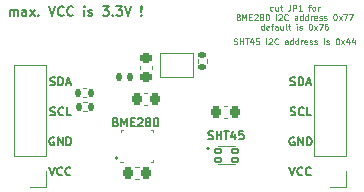
<source format=gbr>
%TF.GenerationSoftware,KiCad,Pcbnew,6.0.11-2627ca5db0~126~ubuntu22.04.1*%
%TF.CreationDate,2023-09-09T09:48:06+02:00*%
%TF.ProjectId,I2C_Module_SHT45_BME280_FUEL4EP,4932435f-4d6f-4647-956c-655f53485434,V1.0*%
%TF.SameCoordinates,Original*%
%TF.FileFunction,Legend,Top*%
%TF.FilePolarity,Positive*%
%FSLAX46Y46*%
G04 Gerber Fmt 4.6, Leading zero omitted, Abs format (unit mm)*
G04 Created by KiCad (PCBNEW 6.0.11-2627ca5db0~126~ubuntu22.04.1) date 2023-09-09 09:48:06*
%MOMM*%
%LPD*%
G01*
G04 APERTURE LIST*
G04 Aperture macros list*
%AMRoundRect*
0 Rectangle with rounded corners*
0 $1 Rounding radius*
0 $2 $3 $4 $5 $6 $7 $8 $9 X,Y pos of 4 corners*
0 Add a 4 corners polygon primitive as box body*
4,1,4,$2,$3,$4,$5,$6,$7,$8,$9,$2,$3,0*
0 Add four circle primitives for the rounded corners*
1,1,$1+$1,$2,$3*
1,1,$1+$1,$4,$5*
1,1,$1+$1,$6,$7*
1,1,$1+$1,$8,$9*
0 Add four rect primitives between the rounded corners*
20,1,$1+$1,$2,$3,$4,$5,0*
20,1,$1+$1,$4,$5,$6,$7,0*
20,1,$1+$1,$6,$7,$8,$9,0*
20,1,$1+$1,$8,$9,$2,$3,0*%
G04 Aperture macros list end*
%ADD10C,0.176200*%
%ADD11C,0.150000*%
%ADD12C,0.100000*%
%ADD13C,0.152400*%
%ADD14C,0.120000*%
%ADD15RoundRect,0.225000X0.250000X-0.225000X0.250000X0.225000X-0.250000X0.225000X-0.250000X-0.225000X0*%
%ADD16R,1.700000X1.700000*%
%ADD17O,1.700000X1.700000*%
%ADD18RoundRect,0.147500X-0.147500X-0.172500X0.147500X-0.172500X0.147500X0.172500X-0.147500X0.172500X0*%
%ADD19R,0.500000X0.350000*%
%ADD20R,1.000000X1.500000*%
%ADD21RoundRect,0.225000X0.225000X0.250000X-0.225000X0.250000X-0.225000X-0.250000X0.225000X-0.250000X0*%
%ADD22RoundRect,0.135000X0.135000X0.185000X-0.135000X0.185000X-0.135000X-0.185000X0.135000X-0.185000X0*%
%ADD23RoundRect,0.135000X-0.185000X0.135000X-0.185000X-0.135000X0.185000X-0.135000X0.185000X0.135000X0*%
%ADD24RoundRect,0.102000X-0.250000X-0.150000X0.250000X-0.150000X0.250000X0.150000X-0.250000X0.150000X0*%
%ADD25RoundRect,0.225000X-0.225000X-0.250000X0.225000X-0.250000X0.225000X0.250000X-0.225000X0.250000X0*%
G04 APERTURE END LIST*
D10*
X17688100Y3900000D02*
G75*
G03*
X17688100Y3900000I-88100J0D01*
G01*
X9888100Y3100000D02*
G75*
G03*
X9888100Y3100000I-88100J0D01*
G01*
D11*
X4219666Y6736666D02*
X4319666Y6703333D01*
X4486333Y6703333D01*
X4553000Y6736666D01*
X4586333Y6770000D01*
X4619666Y6836666D01*
X4619666Y6903333D01*
X4586333Y6970000D01*
X4553000Y7003333D01*
X4486333Y7036666D01*
X4353000Y7070000D01*
X4286333Y7103333D01*
X4253000Y7136666D01*
X4219666Y7203333D01*
X4219666Y7270000D01*
X4253000Y7336666D01*
X4286333Y7370000D01*
X4353000Y7403333D01*
X4519666Y7403333D01*
X4619666Y7370000D01*
X5319666Y6770000D02*
X5286333Y6736666D01*
X5186333Y6703333D01*
X5119666Y6703333D01*
X5019666Y6736666D01*
X4953000Y6803333D01*
X4919666Y6870000D01*
X4886333Y7003333D01*
X4886333Y7103333D01*
X4919666Y7236666D01*
X4953000Y7303333D01*
X5019666Y7370000D01*
X5119666Y7403333D01*
X5186333Y7403333D01*
X5286333Y7370000D01*
X5319666Y7336666D01*
X5953000Y6703333D02*
X5619666Y6703333D01*
X5619666Y7403333D01*
X24550000Y9276666D02*
X24650000Y9243333D01*
X24816666Y9243333D01*
X24883333Y9276666D01*
X24916666Y9310000D01*
X24950000Y9376666D01*
X24950000Y9443333D01*
X24916666Y9510000D01*
X24883333Y9543333D01*
X24816666Y9576666D01*
X24683333Y9610000D01*
X24616666Y9643333D01*
X24583333Y9676666D01*
X24550000Y9743333D01*
X24550000Y9810000D01*
X24583333Y9876666D01*
X24616666Y9910000D01*
X24683333Y9943333D01*
X24850000Y9943333D01*
X24950000Y9910000D01*
X25250000Y9243333D02*
X25250000Y9943333D01*
X25416666Y9943333D01*
X25516666Y9910000D01*
X25583333Y9843333D01*
X25616666Y9776666D01*
X25650000Y9643333D01*
X25650000Y9543333D01*
X25616666Y9410000D01*
X25583333Y9343333D01*
X25516666Y9276666D01*
X25416666Y9243333D01*
X25250000Y9243333D01*
X25916666Y9443333D02*
X26250000Y9443333D01*
X25850000Y9243333D02*
X26083333Y9943333D01*
X26316666Y9243333D01*
D12*
X19761047Y12751619D02*
X19832476Y12727809D01*
X19951523Y12727809D01*
X19999142Y12751619D01*
X20022952Y12775428D01*
X20046761Y12823047D01*
X20046761Y12870666D01*
X20022952Y12918285D01*
X19999142Y12942095D01*
X19951523Y12965904D01*
X19856285Y12989714D01*
X19808666Y13013523D01*
X19784857Y13037333D01*
X19761047Y13084952D01*
X19761047Y13132571D01*
X19784857Y13180190D01*
X19808666Y13204000D01*
X19856285Y13227809D01*
X19975333Y13227809D01*
X20046761Y13204000D01*
X20261047Y12727809D02*
X20261047Y13227809D01*
X20261047Y12989714D02*
X20546761Y12989714D01*
X20546761Y12727809D02*
X20546761Y13227809D01*
X20713428Y13227809D02*
X20999142Y13227809D01*
X20856285Y12727809D02*
X20856285Y13227809D01*
X21380095Y13061142D02*
X21380095Y12727809D01*
X21261047Y13251619D02*
X21142000Y12894476D01*
X21451523Y12894476D01*
X21880095Y13227809D02*
X21642000Y13227809D01*
X21618190Y12989714D01*
X21642000Y13013523D01*
X21689619Y13037333D01*
X21808666Y13037333D01*
X21856285Y13013523D01*
X21880095Y12989714D01*
X21903904Y12942095D01*
X21903904Y12823047D01*
X21880095Y12775428D01*
X21856285Y12751619D01*
X21808666Y12727809D01*
X21689619Y12727809D01*
X21642000Y12751619D01*
X21618190Y12775428D01*
X22499142Y12727809D02*
X22499142Y13227809D01*
X22713428Y13180190D02*
X22737238Y13204000D01*
X22784857Y13227809D01*
X22903904Y13227809D01*
X22951523Y13204000D01*
X22975333Y13180190D01*
X22999142Y13132571D01*
X22999142Y13084952D01*
X22975333Y13013523D01*
X22689619Y12727809D01*
X22999142Y12727809D01*
X23499142Y12775428D02*
X23475333Y12751619D01*
X23403904Y12727809D01*
X23356285Y12727809D01*
X23284857Y12751619D01*
X23237238Y12799238D01*
X23213428Y12846857D01*
X23189619Y12942095D01*
X23189619Y13013523D01*
X23213428Y13108761D01*
X23237238Y13156380D01*
X23284857Y13204000D01*
X23356285Y13227809D01*
X23403904Y13227809D01*
X23475333Y13204000D01*
X23499142Y13180190D01*
X24308666Y12727809D02*
X24308666Y12989714D01*
X24284857Y13037333D01*
X24237238Y13061142D01*
X24142000Y13061142D01*
X24094380Y13037333D01*
X24308666Y12751619D02*
X24261047Y12727809D01*
X24142000Y12727809D01*
X24094380Y12751619D01*
X24070571Y12799238D01*
X24070571Y12846857D01*
X24094380Y12894476D01*
X24142000Y12918285D01*
X24261047Y12918285D01*
X24308666Y12942095D01*
X24761047Y12727809D02*
X24761047Y13227809D01*
X24761047Y12751619D02*
X24713428Y12727809D01*
X24618190Y12727809D01*
X24570571Y12751619D01*
X24546761Y12775428D01*
X24522952Y12823047D01*
X24522952Y12965904D01*
X24546761Y13013523D01*
X24570571Y13037333D01*
X24618190Y13061142D01*
X24713428Y13061142D01*
X24761047Y13037333D01*
X25213428Y12727809D02*
X25213428Y13227809D01*
X25213428Y12751619D02*
X25165809Y12727809D01*
X25070571Y12727809D01*
X25022952Y12751619D01*
X24999142Y12775428D01*
X24975333Y12823047D01*
X24975333Y12965904D01*
X24999142Y13013523D01*
X25022952Y13037333D01*
X25070571Y13061142D01*
X25165809Y13061142D01*
X25213428Y13037333D01*
X25451523Y12727809D02*
X25451523Y13061142D01*
X25451523Y12965904D02*
X25475333Y13013523D01*
X25499142Y13037333D01*
X25546761Y13061142D01*
X25594380Y13061142D01*
X25951523Y12751619D02*
X25903904Y12727809D01*
X25808666Y12727809D01*
X25761047Y12751619D01*
X25737238Y12799238D01*
X25737238Y12989714D01*
X25761047Y13037333D01*
X25808666Y13061142D01*
X25903904Y13061142D01*
X25951523Y13037333D01*
X25975333Y12989714D01*
X25975333Y12942095D01*
X25737238Y12894476D01*
X26165809Y12751619D02*
X26213428Y12727809D01*
X26308666Y12727809D01*
X26356285Y12751619D01*
X26380095Y12799238D01*
X26380095Y12823047D01*
X26356285Y12870666D01*
X26308666Y12894476D01*
X26237238Y12894476D01*
X26189619Y12918285D01*
X26165809Y12965904D01*
X26165809Y12989714D01*
X26189619Y13037333D01*
X26237238Y13061142D01*
X26308666Y13061142D01*
X26356285Y13037333D01*
X26570571Y12751619D02*
X26618190Y12727809D01*
X26713428Y12727809D01*
X26761047Y12751619D01*
X26784857Y12799238D01*
X26784857Y12823047D01*
X26761047Y12870666D01*
X26713428Y12894476D01*
X26642000Y12894476D01*
X26594380Y12918285D01*
X26570571Y12965904D01*
X26570571Y12989714D01*
X26594380Y13037333D01*
X26642000Y13061142D01*
X26713428Y13061142D01*
X26761047Y13037333D01*
X27380095Y12727809D02*
X27380095Y13061142D01*
X27380095Y13227809D02*
X27356285Y13204000D01*
X27380095Y13180190D01*
X27403904Y13204000D01*
X27380095Y13227809D01*
X27380095Y13180190D01*
X27594380Y12751619D02*
X27641999Y12727809D01*
X27737238Y12727809D01*
X27784857Y12751619D01*
X27808666Y12799238D01*
X27808666Y12823047D01*
X27784857Y12870666D01*
X27737238Y12894476D01*
X27665809Y12894476D01*
X27618190Y12918285D01*
X27594380Y12965904D01*
X27594380Y12989714D01*
X27618190Y13037333D01*
X27665809Y13061142D01*
X27737238Y13061142D01*
X27784857Y13037333D01*
X28499142Y13227809D02*
X28546761Y13227809D01*
X28594380Y13204000D01*
X28618190Y13180190D01*
X28641999Y13132571D01*
X28665809Y13037333D01*
X28665809Y12918285D01*
X28641999Y12823047D01*
X28618190Y12775428D01*
X28594380Y12751619D01*
X28546761Y12727809D01*
X28499142Y12727809D01*
X28451523Y12751619D01*
X28427714Y12775428D01*
X28403904Y12823047D01*
X28380095Y12918285D01*
X28380095Y13037333D01*
X28403904Y13132571D01*
X28427714Y13180190D01*
X28451523Y13204000D01*
X28499142Y13227809D01*
X28832476Y12727809D02*
X29094380Y13061142D01*
X28832476Y13061142D02*
X29094380Y12727809D01*
X29499142Y13061142D02*
X29499142Y12727809D01*
X29380095Y13251619D02*
X29261047Y12894476D01*
X29570571Y12894476D01*
X29975333Y13061142D02*
X29975333Y12727809D01*
X29856285Y13251619D02*
X29737238Y12894476D01*
X30046761Y12894476D01*
D11*
X17600000Y4716666D02*
X17700000Y4683333D01*
X17866666Y4683333D01*
X17933333Y4716666D01*
X17966666Y4750000D01*
X18000000Y4816666D01*
X18000000Y4883333D01*
X17966666Y4950000D01*
X17933333Y4983333D01*
X17866666Y5016666D01*
X17733333Y5050000D01*
X17666666Y5083333D01*
X17633333Y5116666D01*
X17600000Y5183333D01*
X17600000Y5250000D01*
X17633333Y5316666D01*
X17666666Y5350000D01*
X17733333Y5383333D01*
X17900000Y5383333D01*
X18000000Y5350000D01*
X18300000Y4683333D02*
X18300000Y5383333D01*
X18300000Y5050000D02*
X18700000Y5050000D01*
X18700000Y4683333D02*
X18700000Y5383333D01*
X18933333Y5383333D02*
X19333333Y5383333D01*
X19133333Y4683333D02*
X19133333Y5383333D01*
X19866666Y5150000D02*
X19866666Y4683333D01*
X19700000Y5416666D02*
X19533333Y4916666D01*
X19966666Y4916666D01*
X20566666Y5383333D02*
X20233333Y5383333D01*
X20200000Y5050000D01*
X20233333Y5083333D01*
X20300000Y5116666D01*
X20466666Y5116666D01*
X20533333Y5083333D01*
X20566666Y5050000D01*
X20600000Y4983333D01*
X20600000Y4816666D01*
X20566666Y4750000D01*
X20533333Y4716666D01*
X20466666Y4683333D01*
X20300000Y4683333D01*
X20233333Y4716666D01*
X20200000Y4750000D01*
X24866666Y4830000D02*
X24800000Y4863333D01*
X24700000Y4863333D01*
X24600000Y4830000D01*
X24533333Y4763333D01*
X24500000Y4696666D01*
X24466666Y4563333D01*
X24466666Y4463333D01*
X24500000Y4330000D01*
X24533333Y4263333D01*
X24600000Y4196666D01*
X24700000Y4163333D01*
X24766666Y4163333D01*
X24866666Y4196666D01*
X24900000Y4230000D01*
X24900000Y4463333D01*
X24766666Y4463333D01*
X25200000Y4163333D02*
X25200000Y4863333D01*
X25600000Y4163333D01*
X25600000Y4863333D01*
X25933333Y4163333D02*
X25933333Y4863333D01*
X26100000Y4863333D01*
X26200000Y4830000D01*
X26266666Y4763333D01*
X26300000Y4696666D01*
X26333333Y4563333D01*
X26333333Y4463333D01*
X26300000Y4330000D01*
X26266666Y4263333D01*
X26200000Y4196666D01*
X26100000Y4163333D01*
X25933333Y4163333D01*
X4519666Y4830000D02*
X4453000Y4863333D01*
X4353000Y4863333D01*
X4253000Y4830000D01*
X4186333Y4763333D01*
X4153000Y4696666D01*
X4119666Y4563333D01*
X4119666Y4463333D01*
X4153000Y4330000D01*
X4186333Y4263333D01*
X4253000Y4196666D01*
X4353000Y4163333D01*
X4419666Y4163333D01*
X4519666Y4196666D01*
X4553000Y4230000D01*
X4553000Y4463333D01*
X4419666Y4463333D01*
X4853000Y4163333D02*
X4853000Y4863333D01*
X5253000Y4163333D01*
X5253000Y4863333D01*
X5586333Y4163333D02*
X5586333Y4863333D01*
X5753000Y4863333D01*
X5853000Y4830000D01*
X5919666Y4763333D01*
X5953000Y4696666D01*
X5986333Y4563333D01*
X5986333Y4463333D01*
X5953000Y4330000D01*
X5919666Y4263333D01*
X5853000Y4196666D01*
X5753000Y4163333D01*
X5586333Y4163333D01*
X24566666Y6736666D02*
X24666666Y6703333D01*
X24833333Y6703333D01*
X24900000Y6736666D01*
X24933333Y6770000D01*
X24966666Y6836666D01*
X24966666Y6903333D01*
X24933333Y6970000D01*
X24900000Y7003333D01*
X24833333Y7036666D01*
X24700000Y7070000D01*
X24633333Y7103333D01*
X24600000Y7136666D01*
X24566666Y7203333D01*
X24566666Y7270000D01*
X24600000Y7336666D01*
X24633333Y7370000D01*
X24700000Y7403333D01*
X24866666Y7403333D01*
X24966666Y7370000D01*
X25666666Y6770000D02*
X25633333Y6736666D01*
X25533333Y6703333D01*
X25466666Y6703333D01*
X25366666Y6736666D01*
X25300000Y6803333D01*
X25266666Y6870000D01*
X25233333Y7003333D01*
X25233333Y7103333D01*
X25266666Y7236666D01*
X25300000Y7303333D01*
X25366666Y7370000D01*
X25466666Y7403333D01*
X25533333Y7403333D01*
X25633333Y7370000D01*
X25666666Y7336666D01*
X26300000Y6703333D02*
X25966666Y6703333D01*
X25966666Y7403333D01*
X4119666Y2323333D02*
X4353000Y1623333D01*
X4586333Y2323333D01*
X5219666Y1690000D02*
X5186333Y1656666D01*
X5086333Y1623333D01*
X5019666Y1623333D01*
X4919666Y1656666D01*
X4853000Y1723333D01*
X4819666Y1790000D01*
X4786333Y1923333D01*
X4786333Y2023333D01*
X4819666Y2156666D01*
X4853000Y2223333D01*
X4919666Y2290000D01*
X5019666Y2323333D01*
X5086333Y2323333D01*
X5186333Y2290000D01*
X5219666Y2256666D01*
X5919666Y1690000D02*
X5886333Y1656666D01*
X5786333Y1623333D01*
X5719666Y1623333D01*
X5619666Y1656666D01*
X5553000Y1723333D01*
X5519666Y1790000D01*
X5486333Y1923333D01*
X5486333Y2023333D01*
X5519666Y2156666D01*
X5553000Y2223333D01*
X5619666Y2290000D01*
X5719666Y2323333D01*
X5786333Y2323333D01*
X5886333Y2290000D01*
X5919666Y2256666D01*
D12*
X23058666Y15602619D02*
X23011047Y15578809D01*
X22915809Y15578809D01*
X22868190Y15602619D01*
X22844380Y15626428D01*
X22820571Y15674047D01*
X22820571Y15816904D01*
X22844380Y15864523D01*
X22868190Y15888333D01*
X22915809Y15912142D01*
X23011047Y15912142D01*
X23058666Y15888333D01*
X23487238Y15912142D02*
X23487238Y15578809D01*
X23272952Y15912142D02*
X23272952Y15650238D01*
X23296761Y15602619D01*
X23344380Y15578809D01*
X23415809Y15578809D01*
X23463428Y15602619D01*
X23487238Y15626428D01*
X23653904Y15912142D02*
X23844380Y15912142D01*
X23725333Y16078809D02*
X23725333Y15650238D01*
X23749142Y15602619D01*
X23796761Y15578809D01*
X23844380Y15578809D01*
X24534857Y16078809D02*
X24534857Y15721666D01*
X24511047Y15650238D01*
X24463428Y15602619D01*
X24392000Y15578809D01*
X24344380Y15578809D01*
X24772952Y15578809D02*
X24772952Y16078809D01*
X24963428Y16078809D01*
X25011047Y16055000D01*
X25034857Y16031190D01*
X25058666Y15983571D01*
X25058666Y15912142D01*
X25034857Y15864523D01*
X25011047Y15840714D01*
X24963428Y15816904D01*
X24772952Y15816904D01*
X25534857Y15578809D02*
X25249142Y15578809D01*
X25392000Y15578809D02*
X25392000Y16078809D01*
X25344380Y16007380D01*
X25296761Y15959761D01*
X25249142Y15935952D01*
X26058666Y15912142D02*
X26249142Y15912142D01*
X26130095Y15578809D02*
X26130095Y16007380D01*
X26153904Y16055000D01*
X26201523Y16078809D01*
X26249142Y16078809D01*
X26487238Y15578809D02*
X26439619Y15602619D01*
X26415809Y15626428D01*
X26392000Y15674047D01*
X26392000Y15816904D01*
X26415809Y15864523D01*
X26439619Y15888333D01*
X26487238Y15912142D01*
X26558666Y15912142D01*
X26606285Y15888333D01*
X26630095Y15864523D01*
X26653904Y15816904D01*
X26653904Y15674047D01*
X26630095Y15626428D01*
X26606285Y15602619D01*
X26558666Y15578809D01*
X26487238Y15578809D01*
X26868190Y15578809D02*
X26868190Y15912142D01*
X26868190Y15816904D02*
X26892000Y15864523D01*
X26915809Y15888333D01*
X26963428Y15912142D01*
X27011047Y15912142D01*
X20153904Y15035714D02*
X20225333Y15011904D01*
X20249142Y14988095D01*
X20272952Y14940476D01*
X20272952Y14869047D01*
X20249142Y14821428D01*
X20225333Y14797619D01*
X20177714Y14773809D01*
X19987238Y14773809D01*
X19987238Y15273809D01*
X20153904Y15273809D01*
X20201523Y15250000D01*
X20225333Y15226190D01*
X20249142Y15178571D01*
X20249142Y15130952D01*
X20225333Y15083333D01*
X20201523Y15059523D01*
X20153904Y15035714D01*
X19987238Y15035714D01*
X20487238Y14773809D02*
X20487238Y15273809D01*
X20653904Y14916666D01*
X20820571Y15273809D01*
X20820571Y14773809D01*
X21058666Y15035714D02*
X21225333Y15035714D01*
X21296761Y14773809D02*
X21058666Y14773809D01*
X21058666Y15273809D01*
X21296761Y15273809D01*
X21487238Y15226190D02*
X21511047Y15250000D01*
X21558666Y15273809D01*
X21677714Y15273809D01*
X21725333Y15250000D01*
X21749142Y15226190D01*
X21772952Y15178571D01*
X21772952Y15130952D01*
X21749142Y15059523D01*
X21463428Y14773809D01*
X21772952Y14773809D01*
X22058666Y15059523D02*
X22011047Y15083333D01*
X21987238Y15107142D01*
X21963428Y15154761D01*
X21963428Y15178571D01*
X21987238Y15226190D01*
X22011047Y15250000D01*
X22058666Y15273809D01*
X22153904Y15273809D01*
X22201523Y15250000D01*
X22225333Y15226190D01*
X22249142Y15178571D01*
X22249142Y15154761D01*
X22225333Y15107142D01*
X22201523Y15083333D01*
X22153904Y15059523D01*
X22058666Y15059523D01*
X22011047Y15035714D01*
X21987238Y15011904D01*
X21963428Y14964285D01*
X21963428Y14869047D01*
X21987238Y14821428D01*
X22011047Y14797619D01*
X22058666Y14773809D01*
X22153904Y14773809D01*
X22201523Y14797619D01*
X22225333Y14821428D01*
X22249142Y14869047D01*
X22249142Y14964285D01*
X22225333Y15011904D01*
X22201523Y15035714D01*
X22153904Y15059523D01*
X22558666Y15273809D02*
X22606285Y15273809D01*
X22653904Y15250000D01*
X22677714Y15226190D01*
X22701523Y15178571D01*
X22725333Y15083333D01*
X22725333Y14964285D01*
X22701523Y14869047D01*
X22677714Y14821428D01*
X22653904Y14797619D01*
X22606285Y14773809D01*
X22558666Y14773809D01*
X22511047Y14797619D01*
X22487238Y14821428D01*
X22463428Y14869047D01*
X22439619Y14964285D01*
X22439619Y15083333D01*
X22463428Y15178571D01*
X22487238Y15226190D01*
X22511047Y15250000D01*
X22558666Y15273809D01*
X23320571Y14773809D02*
X23320571Y15273809D01*
X23534857Y15226190D02*
X23558666Y15250000D01*
X23606285Y15273809D01*
X23725333Y15273809D01*
X23772952Y15250000D01*
X23796761Y15226190D01*
X23820571Y15178571D01*
X23820571Y15130952D01*
X23796761Y15059523D01*
X23511047Y14773809D01*
X23820571Y14773809D01*
X24320571Y14821428D02*
X24296761Y14797619D01*
X24225333Y14773809D01*
X24177714Y14773809D01*
X24106285Y14797619D01*
X24058666Y14845238D01*
X24034857Y14892857D01*
X24011047Y14988095D01*
X24011047Y15059523D01*
X24034857Y15154761D01*
X24058666Y15202380D01*
X24106285Y15250000D01*
X24177714Y15273809D01*
X24225333Y15273809D01*
X24296761Y15250000D01*
X24320571Y15226190D01*
X25130095Y14773809D02*
X25130095Y15035714D01*
X25106285Y15083333D01*
X25058666Y15107142D01*
X24963428Y15107142D01*
X24915809Y15083333D01*
X25130095Y14797619D02*
X25082476Y14773809D01*
X24963428Y14773809D01*
X24915809Y14797619D01*
X24892000Y14845238D01*
X24892000Y14892857D01*
X24915809Y14940476D01*
X24963428Y14964285D01*
X25082476Y14964285D01*
X25130095Y14988095D01*
X25582476Y14773809D02*
X25582476Y15273809D01*
X25582476Y14797619D02*
X25534857Y14773809D01*
X25439619Y14773809D01*
X25392000Y14797619D01*
X25368190Y14821428D01*
X25344380Y14869047D01*
X25344380Y15011904D01*
X25368190Y15059523D01*
X25392000Y15083333D01*
X25439619Y15107142D01*
X25534857Y15107142D01*
X25582476Y15083333D01*
X26034857Y14773809D02*
X26034857Y15273809D01*
X26034857Y14797619D02*
X25987238Y14773809D01*
X25892000Y14773809D01*
X25844380Y14797619D01*
X25820571Y14821428D01*
X25796761Y14869047D01*
X25796761Y15011904D01*
X25820571Y15059523D01*
X25844380Y15083333D01*
X25892000Y15107142D01*
X25987238Y15107142D01*
X26034857Y15083333D01*
X26272952Y14773809D02*
X26272952Y15107142D01*
X26272952Y15011904D02*
X26296761Y15059523D01*
X26320571Y15083333D01*
X26368190Y15107142D01*
X26415809Y15107142D01*
X26772952Y14797619D02*
X26725333Y14773809D01*
X26630095Y14773809D01*
X26582476Y14797619D01*
X26558666Y14845238D01*
X26558666Y15035714D01*
X26582476Y15083333D01*
X26630095Y15107142D01*
X26725333Y15107142D01*
X26772952Y15083333D01*
X26796761Y15035714D01*
X26796761Y14988095D01*
X26558666Y14940476D01*
X26987238Y14797619D02*
X27034857Y14773809D01*
X27130095Y14773809D01*
X27177714Y14797619D01*
X27201523Y14845238D01*
X27201523Y14869047D01*
X27177714Y14916666D01*
X27130095Y14940476D01*
X27058666Y14940476D01*
X27011047Y14964285D01*
X26987238Y15011904D01*
X26987238Y15035714D01*
X27011047Y15083333D01*
X27058666Y15107142D01*
X27130095Y15107142D01*
X27177714Y15083333D01*
X27392000Y14797619D02*
X27439619Y14773809D01*
X27534857Y14773809D01*
X27582476Y14797619D01*
X27606285Y14845238D01*
X27606285Y14869047D01*
X27582476Y14916666D01*
X27534857Y14940476D01*
X27463428Y14940476D01*
X27415809Y14964285D01*
X27392000Y15011904D01*
X27392000Y15035714D01*
X27415809Y15083333D01*
X27463428Y15107142D01*
X27534857Y15107142D01*
X27582476Y15083333D01*
X28296761Y15273809D02*
X28344380Y15273809D01*
X28392000Y15250000D01*
X28415809Y15226190D01*
X28439619Y15178571D01*
X28463428Y15083333D01*
X28463428Y14964285D01*
X28439619Y14869047D01*
X28415809Y14821428D01*
X28392000Y14797619D01*
X28344380Y14773809D01*
X28296761Y14773809D01*
X28249142Y14797619D01*
X28225333Y14821428D01*
X28201523Y14869047D01*
X28177714Y14964285D01*
X28177714Y15083333D01*
X28201523Y15178571D01*
X28225333Y15226190D01*
X28249142Y15250000D01*
X28296761Y15273809D01*
X28630095Y14773809D02*
X28892000Y15107142D01*
X28630095Y15107142D02*
X28892000Y14773809D01*
X29034857Y15273809D02*
X29368190Y15273809D01*
X29153904Y14773809D01*
X29511047Y15273809D02*
X29844380Y15273809D01*
X29630095Y14773809D01*
X22296761Y13968809D02*
X22296761Y14468809D01*
X22296761Y13992619D02*
X22249142Y13968809D01*
X22153904Y13968809D01*
X22106285Y13992619D01*
X22082476Y14016428D01*
X22058666Y14064047D01*
X22058666Y14206904D01*
X22082476Y14254523D01*
X22106285Y14278333D01*
X22153904Y14302142D01*
X22249142Y14302142D01*
X22296761Y14278333D01*
X22725333Y13992619D02*
X22677714Y13968809D01*
X22582476Y13968809D01*
X22534857Y13992619D01*
X22511047Y14040238D01*
X22511047Y14230714D01*
X22534857Y14278333D01*
X22582476Y14302142D01*
X22677714Y14302142D01*
X22725333Y14278333D01*
X22749142Y14230714D01*
X22749142Y14183095D01*
X22511047Y14135476D01*
X22892000Y14302142D02*
X23082476Y14302142D01*
X22963428Y13968809D02*
X22963428Y14397380D01*
X22987238Y14445000D01*
X23034857Y14468809D01*
X23082476Y14468809D01*
X23463428Y13968809D02*
X23463428Y14230714D01*
X23439619Y14278333D01*
X23392000Y14302142D01*
X23296761Y14302142D01*
X23249142Y14278333D01*
X23463428Y13992619D02*
X23415809Y13968809D01*
X23296761Y13968809D01*
X23249142Y13992619D01*
X23225333Y14040238D01*
X23225333Y14087857D01*
X23249142Y14135476D01*
X23296761Y14159285D01*
X23415809Y14159285D01*
X23463428Y14183095D01*
X23915809Y14302142D02*
X23915809Y13968809D01*
X23701523Y14302142D02*
X23701523Y14040238D01*
X23725333Y13992619D01*
X23772952Y13968809D01*
X23844380Y13968809D01*
X23892000Y13992619D01*
X23915809Y14016428D01*
X24225333Y13968809D02*
X24177714Y13992619D01*
X24153904Y14040238D01*
X24153904Y14468809D01*
X24344380Y14302142D02*
X24534857Y14302142D01*
X24415809Y14468809D02*
X24415809Y14040238D01*
X24439619Y13992619D01*
X24487238Y13968809D01*
X24534857Y13968809D01*
X25082476Y13968809D02*
X25082476Y14302142D01*
X25082476Y14468809D02*
X25058666Y14445000D01*
X25082476Y14421190D01*
X25106285Y14445000D01*
X25082476Y14468809D01*
X25082476Y14421190D01*
X25296761Y13992619D02*
X25344380Y13968809D01*
X25439619Y13968809D01*
X25487238Y13992619D01*
X25511047Y14040238D01*
X25511047Y14064047D01*
X25487238Y14111666D01*
X25439619Y14135476D01*
X25368190Y14135476D01*
X25320571Y14159285D01*
X25296761Y14206904D01*
X25296761Y14230714D01*
X25320571Y14278333D01*
X25368190Y14302142D01*
X25439619Y14302142D01*
X25487238Y14278333D01*
X26201523Y14468809D02*
X26249142Y14468809D01*
X26296761Y14445000D01*
X26320571Y14421190D01*
X26344380Y14373571D01*
X26368190Y14278333D01*
X26368190Y14159285D01*
X26344380Y14064047D01*
X26320571Y14016428D01*
X26296761Y13992619D01*
X26249142Y13968809D01*
X26201523Y13968809D01*
X26153904Y13992619D01*
X26130095Y14016428D01*
X26106285Y14064047D01*
X26082476Y14159285D01*
X26082476Y14278333D01*
X26106285Y14373571D01*
X26130095Y14421190D01*
X26153904Y14445000D01*
X26201523Y14468809D01*
X26534857Y13968809D02*
X26796761Y14302142D01*
X26534857Y14302142D02*
X26796761Y13968809D01*
X26939619Y14468809D02*
X27272952Y14468809D01*
X27058666Y13968809D01*
X27677714Y14468809D02*
X27582476Y14468809D01*
X27534857Y14445000D01*
X27511047Y14421190D01*
X27463428Y14349761D01*
X27439619Y14254523D01*
X27439619Y14064047D01*
X27463428Y14016428D01*
X27487238Y13992619D01*
X27534857Y13968809D01*
X27630095Y13968809D01*
X27677714Y13992619D01*
X27701523Y14016428D01*
X27725333Y14064047D01*
X27725333Y14183095D01*
X27701523Y14230714D01*
X27677714Y14254523D01*
X27630095Y14278333D01*
X27534857Y14278333D01*
X27487238Y14254523D01*
X27463428Y14230714D01*
X27439619Y14183095D01*
D11*
X9763333Y6146000D02*
X9863333Y6112666D01*
X9896666Y6079333D01*
X9929999Y6012666D01*
X9929999Y5912666D01*
X9896666Y5846000D01*
X9863333Y5812666D01*
X9796666Y5779333D01*
X9529999Y5779333D01*
X9529999Y6479333D01*
X9763333Y6479333D01*
X9829999Y6446000D01*
X9863333Y6412666D01*
X9896666Y6346000D01*
X9896666Y6279333D01*
X9863333Y6212666D01*
X9829999Y6179333D01*
X9763333Y6146000D01*
X9529999Y6146000D01*
X10229999Y5779333D02*
X10229999Y6479333D01*
X10463333Y5979333D01*
X10696666Y6479333D01*
X10696666Y5779333D01*
X11029999Y6146000D02*
X11263333Y6146000D01*
X11363333Y5779333D02*
X11029999Y5779333D01*
X11029999Y6479333D01*
X11363333Y6479333D01*
X11629999Y6412666D02*
X11663333Y6446000D01*
X11729999Y6479333D01*
X11896666Y6479333D01*
X11963333Y6446000D01*
X11996666Y6412666D01*
X12029999Y6346000D01*
X12029999Y6279333D01*
X11996666Y6179333D01*
X11596666Y5779333D01*
X12029999Y5779333D01*
X12429999Y6179333D02*
X12363333Y6212666D01*
X12329999Y6246000D01*
X12296666Y6312666D01*
X12296666Y6346000D01*
X12329999Y6412666D01*
X12363333Y6446000D01*
X12429999Y6479333D01*
X12563333Y6479333D01*
X12629999Y6446000D01*
X12663333Y6412666D01*
X12696666Y6346000D01*
X12696666Y6312666D01*
X12663333Y6246000D01*
X12629999Y6212666D01*
X12563333Y6179333D01*
X12429999Y6179333D01*
X12363333Y6146000D01*
X12329999Y6112666D01*
X12296666Y6046000D01*
X12296666Y5912666D01*
X12329999Y5846000D01*
X12363333Y5812666D01*
X12429999Y5779333D01*
X12563333Y5779333D01*
X12629999Y5812666D01*
X12663333Y5846000D01*
X12696666Y5912666D01*
X12696666Y6046000D01*
X12663333Y6112666D01*
X12629999Y6146000D01*
X12563333Y6179333D01*
X13129999Y6479333D02*
X13196666Y6479333D01*
X13263333Y6446000D01*
X13296666Y6412666D01*
X13329999Y6346000D01*
X13363333Y6212666D01*
X13363333Y6046000D01*
X13329999Y5912666D01*
X13296666Y5846000D01*
X13263333Y5812666D01*
X13196666Y5779333D01*
X13129999Y5779333D01*
X13063333Y5812666D01*
X13029999Y5846000D01*
X12996666Y5912666D01*
X12963333Y6046000D01*
X12963333Y6212666D01*
X12996666Y6346000D01*
X13029999Y6412666D01*
X13063333Y6446000D01*
X13129999Y6479333D01*
X4203000Y9276666D02*
X4303000Y9243333D01*
X4469666Y9243333D01*
X4536333Y9276666D01*
X4569666Y9310000D01*
X4603000Y9376666D01*
X4603000Y9443333D01*
X4569666Y9510000D01*
X4536333Y9543333D01*
X4469666Y9576666D01*
X4336333Y9610000D01*
X4269666Y9643333D01*
X4236333Y9676666D01*
X4203000Y9743333D01*
X4203000Y9810000D01*
X4236333Y9876666D01*
X4269666Y9910000D01*
X4336333Y9943333D01*
X4503000Y9943333D01*
X4603000Y9910000D01*
X4903000Y9243333D02*
X4903000Y9943333D01*
X5069666Y9943333D01*
X5169666Y9910000D01*
X5236333Y9843333D01*
X5269666Y9776666D01*
X5303000Y9643333D01*
X5303000Y9543333D01*
X5269666Y9410000D01*
X5236333Y9343333D01*
X5169666Y9276666D01*
X5069666Y9243333D01*
X4903000Y9243333D01*
X5569666Y9443333D02*
X5903000Y9443333D01*
X5503000Y9243333D02*
X5736333Y9943333D01*
X5969666Y9243333D01*
X24466666Y2323333D02*
X24700000Y1623333D01*
X24933333Y2323333D01*
X25566666Y1690000D02*
X25533333Y1656666D01*
X25433333Y1623333D01*
X25366666Y1623333D01*
X25266666Y1656666D01*
X25200000Y1723333D01*
X25166666Y1790000D01*
X25133333Y1923333D01*
X25133333Y2023333D01*
X25166666Y2156666D01*
X25200000Y2223333D01*
X25266666Y2290000D01*
X25366666Y2323333D01*
X25433333Y2323333D01*
X25533333Y2290000D01*
X25566666Y2256666D01*
X26266666Y1690000D02*
X26233333Y1656666D01*
X26133333Y1623333D01*
X26066666Y1623333D01*
X25966666Y1656666D01*
X25900000Y1723333D01*
X25866666Y1790000D01*
X25833333Y1923333D01*
X25833333Y2023333D01*
X25866666Y2156666D01*
X25900000Y2223333D01*
X25966666Y2290000D01*
X26066666Y2323333D01*
X26133333Y2323333D01*
X26233333Y2290000D01*
X26266666Y2256666D01*
D13*
X769047Y15132095D02*
X769047Y15665428D01*
X769047Y15589238D02*
X807142Y15627333D01*
X883333Y15665428D01*
X997619Y15665428D01*
X1073809Y15627333D01*
X1111904Y15551142D01*
X1111904Y15132095D01*
X1111904Y15551142D02*
X1150000Y15627333D01*
X1226190Y15665428D01*
X1340476Y15665428D01*
X1416666Y15627333D01*
X1454761Y15551142D01*
X1454761Y15132095D01*
X2178571Y15132095D02*
X2178571Y15551142D01*
X2140476Y15627333D01*
X2064285Y15665428D01*
X1911904Y15665428D01*
X1835714Y15627333D01*
X2178571Y15170190D02*
X2102380Y15132095D01*
X1911904Y15132095D01*
X1835714Y15170190D01*
X1797619Y15246380D01*
X1797619Y15322571D01*
X1835714Y15398761D01*
X1911904Y15436857D01*
X2102380Y15436857D01*
X2178571Y15474952D01*
X2483333Y15132095D02*
X2902380Y15665428D01*
X2483333Y15665428D02*
X2902380Y15132095D01*
X3207142Y15208285D02*
X3245238Y15170190D01*
X3207142Y15132095D01*
X3169047Y15170190D01*
X3207142Y15208285D01*
X3207142Y15132095D01*
X4083333Y15932095D02*
X4349999Y15132095D01*
X4616666Y15932095D01*
X5340476Y15208285D02*
X5302380Y15170190D01*
X5188095Y15132095D01*
X5111904Y15132095D01*
X4997619Y15170190D01*
X4921428Y15246380D01*
X4883333Y15322571D01*
X4845238Y15474952D01*
X4845238Y15589238D01*
X4883333Y15741619D01*
X4921428Y15817809D01*
X4997619Y15894000D01*
X5111904Y15932095D01*
X5188095Y15932095D01*
X5302380Y15894000D01*
X5340476Y15855904D01*
X6140476Y15208285D02*
X6102380Y15170190D01*
X5988095Y15132095D01*
X5911904Y15132095D01*
X5797619Y15170190D01*
X5721428Y15246380D01*
X5683333Y15322571D01*
X5645238Y15474952D01*
X5645238Y15589238D01*
X5683333Y15741619D01*
X5721428Y15817809D01*
X5797619Y15894000D01*
X5911904Y15932095D01*
X5988095Y15932095D01*
X6102380Y15894000D01*
X6140476Y15855904D01*
X7092857Y15132095D02*
X7092857Y15665428D01*
X7092857Y15932095D02*
X7054761Y15894000D01*
X7092857Y15855904D01*
X7130952Y15894000D01*
X7092857Y15932095D01*
X7092857Y15855904D01*
X7435714Y15170190D02*
X7511904Y15132095D01*
X7664285Y15132095D01*
X7740476Y15170190D01*
X7778571Y15246380D01*
X7778571Y15284476D01*
X7740476Y15360666D01*
X7664285Y15398761D01*
X7549999Y15398761D01*
X7473809Y15436857D01*
X7435714Y15513047D01*
X7435714Y15551142D01*
X7473809Y15627333D01*
X7549999Y15665428D01*
X7664285Y15665428D01*
X7740476Y15627333D01*
X8654761Y15932095D02*
X9150000Y15932095D01*
X8883333Y15627333D01*
X8997619Y15627333D01*
X9073809Y15589238D01*
X9111904Y15551142D01*
X9150000Y15474952D01*
X9150000Y15284476D01*
X9111904Y15208285D01*
X9073809Y15170190D01*
X8997619Y15132095D01*
X8769047Y15132095D01*
X8692857Y15170190D01*
X8654761Y15208285D01*
X9492857Y15208285D02*
X9530952Y15170190D01*
X9492857Y15132095D01*
X9454761Y15170190D01*
X9492857Y15208285D01*
X9492857Y15132095D01*
X9797619Y15932095D02*
X10292857Y15932095D01*
X10026190Y15627333D01*
X10140476Y15627333D01*
X10216666Y15589238D01*
X10254761Y15551142D01*
X10292857Y15474952D01*
X10292857Y15284476D01*
X10254761Y15208285D01*
X10216666Y15170190D01*
X10140476Y15132095D01*
X9911904Y15132095D01*
X9835714Y15170190D01*
X9797619Y15208285D01*
X10521428Y15932095D02*
X10788095Y15132095D01*
X11054761Y15932095D01*
X11930952Y15208285D02*
X11969047Y15170190D01*
X11930952Y15132095D01*
X11892857Y15170190D01*
X11930952Y15208285D01*
X11930952Y15132095D01*
X11930952Y15436857D02*
X11892857Y15894000D01*
X11930952Y15932095D01*
X11969047Y15894000D01*
X11930952Y15436857D01*
X11930952Y15932095D01*
D14*
%TO.C,C1*%
X12810000Y10609420D02*
X12810000Y10890580D01*
X11790000Y10609420D02*
X11790000Y10890580D01*
%TO.C,J1*%
X1170000Y3270000D02*
X1170000Y10950000D01*
X3830000Y2000000D02*
X3830000Y670000D01*
X3830000Y10950000D02*
X1170000Y10950000D01*
X3830000Y3270000D02*
X1170000Y3270000D01*
X3830000Y670000D02*
X2500000Y670000D01*
X3830000Y3270000D02*
X3830000Y10950000D01*
%TO.C,J2*%
X26570000Y3270000D02*
X26570000Y10950000D01*
X29230000Y2000000D02*
X29230000Y670000D01*
X29230000Y10950000D02*
X26570000Y10950000D01*
X29230000Y3270000D02*
X26570000Y3270000D01*
X29230000Y670000D02*
X27900000Y670000D01*
X29230000Y3270000D02*
X29230000Y10950000D01*
D12*
%TO.C,U1*%
X10200000Y5450000D02*
X10350000Y5450000D01*
X12900000Y5450000D02*
X12750000Y5450000D01*
X10350000Y2750000D02*
X10100000Y2750000D01*
X12900000Y5450000D02*
X12900000Y5300000D01*
X12900000Y2750000D02*
X12750000Y2750000D01*
X10200000Y5300000D02*
X10200000Y5450000D01*
X12910000Y2750000D02*
X12910000Y2900000D01*
D14*
%TO.C,JP1*%
X13510000Y11985000D02*
X16310000Y11985000D01*
X16310000Y9985000D02*
X13510000Y9985000D01*
X13510000Y9985000D02*
X13510000Y11985000D01*
X16310000Y11985000D02*
X16310000Y9985000D01*
%TO.C,C3*%
X12440580Y8610000D02*
X12159420Y8610000D01*
X12440580Y7590000D02*
X12159420Y7590000D01*
%TO.C,R1*%
X7265641Y8256000D02*
X6958359Y8256000D01*
X7265641Y9016000D02*
X6958359Y9016000D01*
%TO.C,R3*%
X17480000Y11453641D02*
X17480000Y11146359D01*
X16720000Y11453641D02*
X16720000Y11146359D01*
D12*
%TO.C,U2*%
X18425000Y2575000D02*
X19825000Y2575000D01*
X18425000Y4075000D02*
X19825000Y4075000D01*
X18175000Y4125000D02*
G75*
G03*
X18175000Y4125000I-50000J0D01*
G01*
D14*
%TO.C,C4*%
X11409420Y1290000D02*
X11690580Y1290000D01*
X11409420Y2310000D02*
X11690580Y2310000D01*
%TO.C,R2*%
X7285641Y7041000D02*
X6978359Y7041000D01*
X7285641Y7801000D02*
X6978359Y7801000D01*
%TO.C,C2*%
X18909420Y6490000D02*
X19190580Y6490000D01*
X18909420Y7510000D02*
X19190580Y7510000D01*
%TD*%
%LPC*%
D15*
%TO.C,C1*%
X12300000Y9975000D03*
X12300000Y11525000D03*
%TD*%
D16*
%TO.C,J1*%
X2500000Y2000000D03*
D17*
X2500000Y4540000D03*
X2500000Y7080000D03*
X2500000Y9620000D03*
%TD*%
D18*
%TO.C,FB1*%
X10015000Y10000000D03*
X10985000Y10000000D03*
%TD*%
D16*
%TO.C,J2*%
X27900000Y2000000D03*
D17*
X27900000Y4540000D03*
X27900000Y7080000D03*
X27900000Y9620000D03*
%TD*%
D19*
%TO.C,U1*%
X10525000Y3125000D03*
X10525000Y3775000D03*
X10525000Y4425000D03*
X10525000Y5075000D03*
X12575000Y5075000D03*
X12575000Y4425000D03*
X12575000Y3775000D03*
X12575000Y3125000D03*
%TD*%
D20*
%TO.C,JP1*%
X14260000Y10985000D03*
X15560000Y10985000D03*
%TD*%
D21*
%TO.C,C3*%
X13075000Y8100000D03*
X11525000Y8100000D03*
%TD*%
D22*
%TO.C,R1*%
X7622000Y8636000D03*
X6602000Y8636000D03*
%TD*%
D23*
%TO.C,R3*%
X17100000Y11810000D03*
X17100000Y10790000D03*
%TD*%
D24*
%TO.C,U2*%
X18425000Y3725000D03*
X18425000Y2925000D03*
X19825000Y2925000D03*
X19825000Y3725000D03*
%TD*%
D25*
%TO.C,C4*%
X10775000Y1800000D03*
X12325000Y1800000D03*
%TD*%
D22*
%TO.C,R2*%
X7642000Y7421000D03*
X6622000Y7421000D03*
%TD*%
D25*
%TO.C,C2*%
X18275000Y7000000D03*
X19825000Y7000000D03*
%TD*%
M02*

</source>
